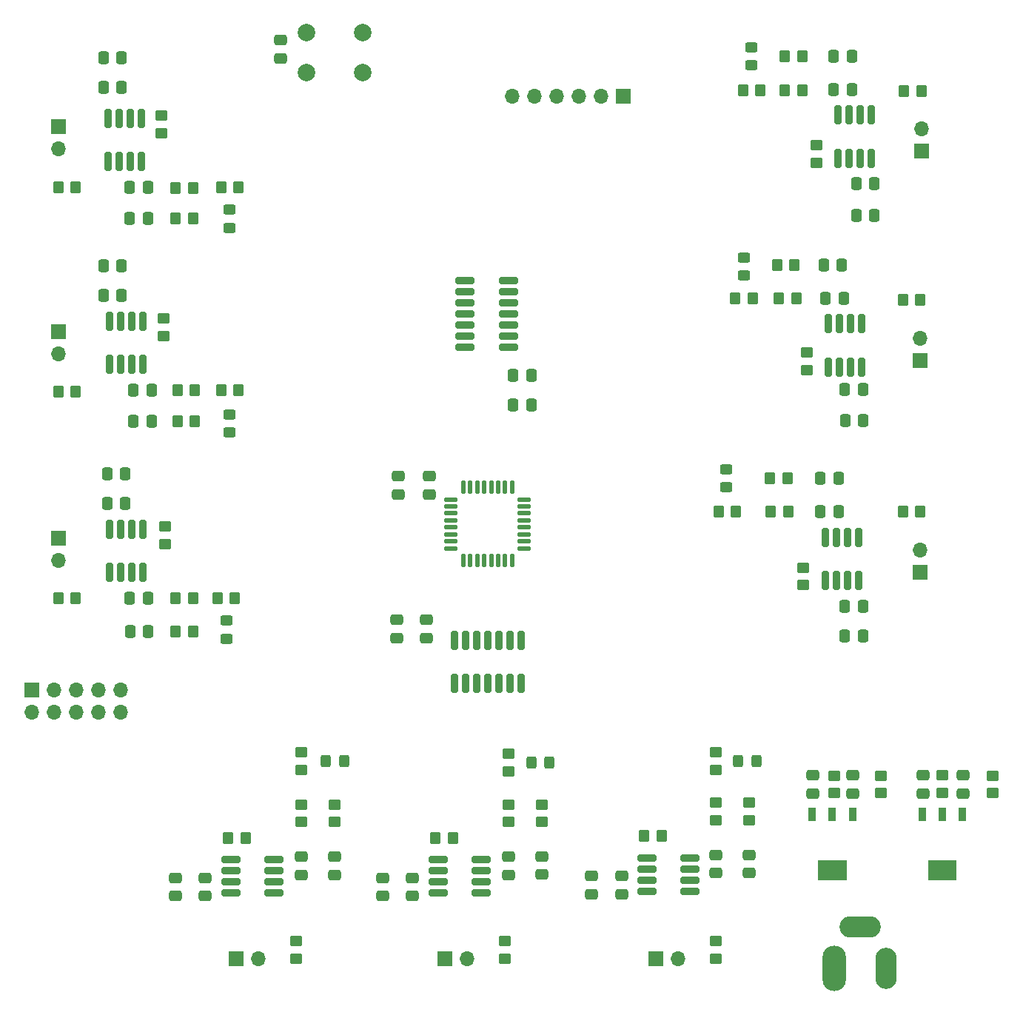
<source format=gbr>
%TF.GenerationSoftware,KiCad,Pcbnew,(6.0.5)*%
%TF.CreationDate,2023-11-04T00:18:57-05:00*%
%TF.ProjectId,ECE395_Digital_Target,45434533-3935-45f4-9469-676974616c5f,rev?*%
%TF.SameCoordinates,Original*%
%TF.FileFunction,Soldermask,Top*%
%TF.FilePolarity,Negative*%
%FSLAX46Y46*%
G04 Gerber Fmt 4.6, Leading zero omitted, Abs format (unit mm)*
G04 Created by KiCad (PCBNEW (6.0.5)) date 2023-11-04 00:18:57*
%MOMM*%
%LPD*%
G01*
G04 APERTURE LIST*
G04 Aperture macros list*
%AMRoundRect*
0 Rectangle with rounded corners*
0 $1 Rounding radius*
0 $2 $3 $4 $5 $6 $7 $8 $9 X,Y pos of 4 corners*
0 Add a 4 corners polygon primitive as box body*
4,1,4,$2,$3,$4,$5,$6,$7,$8,$9,$2,$3,0*
0 Add four circle primitives for the rounded corners*
1,1,$1+$1,$2,$3*
1,1,$1+$1,$4,$5*
1,1,$1+$1,$6,$7*
1,1,$1+$1,$8,$9*
0 Add four rect primitives between the rounded corners*
20,1,$1+$1,$2,$3,$4,$5,0*
20,1,$1+$1,$4,$5,$6,$7,0*
20,1,$1+$1,$6,$7,$8,$9,0*
20,1,$1+$1,$8,$9,$2,$3,0*%
G04 Aperture macros list end*
%ADD10O,2.704000X5.204000*%
%ADD11O,2.454000X4.704000*%
%ADD12O,4.704000X2.454000*%
%ADD13RoundRect,0.250000X0.337500X0.475000X-0.337500X0.475000X-0.337500X-0.475000X0.337500X-0.475000X0*%
%ADD14RoundRect,0.250000X0.475000X-0.337500X0.475000X0.337500X-0.475000X0.337500X-0.475000X-0.337500X0*%
%ADD15R,1.700000X1.700000*%
%ADD16O,1.700000X1.700000*%
%ADD17RoundRect,0.250000X-0.450000X0.325000X-0.450000X-0.325000X0.450000X-0.325000X0.450000X0.325000X0*%
%ADD18RoundRect,0.250000X-0.337500X-0.475000X0.337500X-0.475000X0.337500X0.475000X-0.337500X0.475000X0*%
%ADD19RoundRect,0.144000X0.943000X0.258000X-0.943000X0.258000X-0.943000X-0.258000X0.943000X-0.258000X0*%
%ADD20RoundRect,0.144000X-0.258000X0.943000X-0.258000X-0.943000X0.258000X-0.943000X0.258000X0.943000X0*%
%ADD21RoundRect,0.250000X-0.350000X-0.450000X0.350000X-0.450000X0.350000X0.450000X-0.350000X0.450000X0*%
%ADD22RoundRect,0.192000X-0.895000X-0.210000X0.895000X-0.210000X0.895000X0.210000X-0.895000X0.210000X0*%
%ADD23RoundRect,0.250000X0.450000X-0.350000X0.450000X0.350000X-0.450000X0.350000X-0.450000X-0.350000X0*%
%ADD24RoundRect,0.250000X0.350000X0.450000X-0.350000X0.450000X-0.350000X-0.450000X0.350000X-0.450000X0*%
%ADD25RoundRect,0.250000X-0.450000X0.350000X-0.450000X-0.350000X0.450000X-0.350000X0.450000X0.350000X0*%
%ADD26R,0.914400X1.600200*%
%ADD27RoundRect,0.192000X0.210000X-0.895000X0.210000X0.895000X-0.210000X0.895000X-0.210000X-0.895000X0*%
%ADD28RoundRect,0.250000X0.325000X0.450000X-0.325000X0.450000X-0.325000X-0.450000X0.325000X-0.450000X0*%
%ADD29RoundRect,0.125000X0.625000X0.125000X-0.625000X0.125000X-0.625000X-0.125000X0.625000X-0.125000X0*%
%ADD30RoundRect,0.125000X0.125000X0.625000X-0.125000X0.625000X-0.125000X-0.625000X0.125000X-0.625000X0*%
%ADD31RoundRect,0.250000X-0.475000X0.337500X-0.475000X-0.337500X0.475000X-0.337500X0.475000X0.337500X0*%
%ADD32RoundRect,0.250000X0.450000X-0.325000X0.450000X0.325000X-0.450000X0.325000X-0.450000X-0.325000X0*%
%ADD33C,2.000000*%
%ADD34RoundRect,0.144000X0.258000X-0.943000X0.258000X0.943000X-0.258000X0.943000X-0.258000X-0.943000X0*%
G04 APERTURE END LIST*
%TO.C,CR2*%
G36*
X162025600Y-131556100D02*
G01*
X158774400Y-131556100D01*
X158774400Y-129244700D01*
X162025600Y-129244700D01*
X162025600Y-131556100D01*
G37*
%TO.C,CR1*%
G36*
X149454100Y-131543400D02*
G01*
X146202900Y-131543400D01*
X146202900Y-129232000D01*
X149454100Y-129232000D01*
X149454100Y-131543400D01*
G37*
%TD*%
D10*
%TO.C,J0*%
X148000000Y-141600000D03*
D11*
X154000000Y-141600000D03*
D12*
X151000000Y-136900000D03*
%TD*%
D13*
%TO.C,C206*%
X151337500Y-103600000D03*
X149262500Y-103600000D03*
%TD*%
D14*
%TO.C,10uF4*%
X162800000Y-121637500D03*
X162800000Y-119562500D03*
%TD*%
D15*
%TO.C,S2*%
X123925000Y-41900000D03*
D16*
X121385000Y-41900000D03*
X118845000Y-41900000D03*
X116305000Y-41900000D03*
X113765000Y-41900000D03*
X111225000Y-41900000D03*
%TD*%
D17*
%TO.C,D6*%
X135700000Y-84575000D03*
X135700000Y-86625000D03*
%TD*%
D18*
%TO.C,C234*%
X150037500Y-41100000D03*
X147962500Y-41100000D03*
%TD*%
D13*
%TO.C,C232*%
X69937500Y-75500000D03*
X67862500Y-75500000D03*
%TD*%
D19*
%TO.C,OP9*%
X126630000Y-132805000D03*
X126630000Y-131535000D03*
X126630000Y-130265000D03*
X126630000Y-128995000D03*
X131570000Y-128995000D03*
X131570000Y-130265000D03*
X131570000Y-131535000D03*
X131570000Y-132805000D03*
%TD*%
D20*
%TO.C,OP4*%
X152305000Y-48970000D03*
X151035000Y-48970000D03*
X149765000Y-48970000D03*
X148495000Y-48970000D03*
X148495000Y-44030000D03*
X149765000Y-44030000D03*
X151035000Y-44030000D03*
X152305000Y-44030000D03*
%TD*%
%TO.C,OP6*%
X150805000Y-92330000D03*
X149535000Y-92330000D03*
X148265000Y-92330000D03*
X146995000Y-92330000D03*
X146995000Y-97270000D03*
X148265000Y-97270000D03*
X149535000Y-97270000D03*
X150805000Y-97270000D03*
%TD*%
D18*
%TO.C,C212*%
X64462500Y-64700000D03*
X66537500Y-64700000D03*
%TD*%
D14*
%TO.C,10uF1*%
X145600000Y-121637500D03*
X145600000Y-119562500D03*
%TD*%
D18*
%TO.C,C235*%
X147062500Y-65000000D03*
X149137500Y-65000000D03*
%TD*%
D21*
%TO.C,R4*%
X137600000Y-41200000D03*
X139600000Y-41200000D03*
%TD*%
D14*
%TO.C,C218*%
X99800000Y-133375000D03*
X99800000Y-131300000D03*
%TD*%
D22*
%TO.C,NOT1*%
X105825000Y-62990000D03*
X105825000Y-64260000D03*
X105825000Y-65530000D03*
X105825000Y-66800000D03*
X105825000Y-68070000D03*
X105825000Y-69340000D03*
X105825000Y-70610000D03*
X110775000Y-70610000D03*
X110775000Y-69340000D03*
X110775000Y-68070000D03*
X110775000Y-66800000D03*
X110775000Y-65530000D03*
X110775000Y-64260000D03*
X110775000Y-62990000D03*
%TD*%
D13*
%TO.C,C205*%
X151375000Y-79000000D03*
X149300000Y-79000000D03*
%TD*%
D23*
%TO.C,R22*%
X71300000Y-69300000D03*
X71300000Y-67300000D03*
%TD*%
D24*
%TO.C,R35*%
X157900000Y-65200000D03*
X155900000Y-65200000D03*
%TD*%
%TO.C,R29*%
X126300000Y-126500000D03*
X128300000Y-126500000D03*
%TD*%
D21*
%TO.C,R11*%
X72700000Y-52380000D03*
X74700000Y-52380000D03*
%TD*%
D13*
%TO.C,C215*%
X151337500Y-75400000D03*
X149262500Y-75400000D03*
%TD*%
%TO.C,C204*%
X150562500Y-55500000D03*
X152637500Y-55500000D03*
%TD*%
D21*
%TO.C,R33*%
X59300000Y-99300000D03*
X61300000Y-99300000D03*
%TD*%
D14*
%TO.C,C241*%
X98000000Y-103837500D03*
X98000000Y-101762500D03*
%TD*%
D23*
%TO.C,R21*%
X71100000Y-46100000D03*
X71100000Y-44100000D03*
%TD*%
D25*
%TO.C,R24*%
X146000000Y-49500000D03*
X146000000Y-47500000D03*
%TD*%
D21*
%TO.C,R5*%
X136700000Y-65000000D03*
X138700000Y-65000000D03*
%TD*%
D25*
%TO.C,R25*%
X144900000Y-71200000D03*
X144900000Y-73200000D03*
%TD*%
D18*
%TO.C,C203*%
X64862500Y-85100000D03*
X66937500Y-85100000D03*
%TD*%
D21*
%TO.C,R13*%
X72700000Y-99300000D03*
X74700000Y-99300000D03*
%TD*%
D19*
%TO.C,OP8*%
X102730000Y-133005000D03*
X102730000Y-131735000D03*
X102730000Y-130465000D03*
X102730000Y-129195000D03*
X107670000Y-129195000D03*
X107670000Y-130465000D03*
X107670000Y-131735000D03*
X107670000Y-133005000D03*
%TD*%
D26*
%TO.C,CR2*%
X162700000Y-123999600D03*
X160400000Y-123999600D03*
X158100000Y-123999600D03*
%TD*%
D18*
%TO.C,C225*%
X146825000Y-61200000D03*
X148900000Y-61200000D03*
%TD*%
D13*
%TO.C,C214*%
X150562500Y-51900000D03*
X152637500Y-51900000D03*
%TD*%
%TO.C,C233*%
X69537500Y-99300000D03*
X67462500Y-99300000D03*
%TD*%
D23*
%TO.C,R101*%
X160400000Y-121550000D03*
X160400000Y-119550000D03*
%TD*%
D14*
%TO.C,C217*%
X76100000Y-131262500D03*
X76100000Y-133337500D03*
%TD*%
%TO.C,C208*%
X96400000Y-133337500D03*
X96400000Y-131262500D03*
%TD*%
D18*
%TO.C,C211*%
X64462500Y-40900000D03*
X66537500Y-40900000D03*
%TD*%
D23*
%TO.C,R9*%
X134500000Y-116900000D03*
X134500000Y-118900000D03*
%TD*%
D18*
%TO.C,C224*%
X150037500Y-37300000D03*
X147962500Y-37300000D03*
%TD*%
D23*
%TO.C,R49*%
X138300000Y-122700000D03*
X138300000Y-124700000D03*
%TD*%
D18*
%TO.C,C202*%
X64462500Y-61300000D03*
X66537500Y-61300000D03*
%TD*%
D15*
%TO.C,J1*%
X59300000Y-45400000D03*
D16*
X59300000Y-47940000D03*
%TD*%
%TO.C,J7*%
X82140000Y-140500000D03*
D15*
X79600000Y-140500000D03*
%TD*%
D26*
%TO.C,CR1*%
X150128500Y-123986900D03*
X147828500Y-123986900D03*
X145528500Y-123986900D03*
%TD*%
D18*
%TO.C,C236*%
X146462500Y-89400000D03*
X148537500Y-89400000D03*
%TD*%
D14*
%TO.C,C207*%
X72700000Y-131262500D03*
X72700000Y-133337500D03*
%TD*%
D21*
%TO.C,R42*%
X72900000Y-79100000D03*
X74900000Y-79100000D03*
%TD*%
D23*
%TO.C,R18*%
X110800000Y-124900000D03*
X110800000Y-122900000D03*
%TD*%
D16*
%TO.C,J4*%
X158000000Y-45660000D03*
D15*
X158000000Y-48200000D03*
%TD*%
D14*
%TO.C,C300*%
X84700000Y-37537500D03*
X84700000Y-35462500D03*
%TD*%
D24*
%TO.C,R27*%
X78700000Y-126700000D03*
X80700000Y-126700000D03*
%TD*%
D17*
%TO.C,D5*%
X137700000Y-60375000D03*
X137700000Y-62425000D03*
%TD*%
D13*
%TO.C,C223*%
X69575000Y-103100000D03*
X67500000Y-103100000D03*
%TD*%
D27*
%TO.C,NOT2*%
X104590000Y-109075000D03*
X105860000Y-109075000D03*
X107130000Y-109075000D03*
X108400000Y-109075000D03*
X109670000Y-109075000D03*
X110940000Y-109075000D03*
X112210000Y-109075000D03*
X112210000Y-104125000D03*
X110940000Y-104125000D03*
X109670000Y-104125000D03*
X108400000Y-104125000D03*
X107130000Y-104125000D03*
X105860000Y-104125000D03*
X104590000Y-104125000D03*
%TD*%
D13*
%TO.C,C216*%
X151337500Y-100200000D03*
X149262500Y-100200000D03*
%TD*%
D15*
%TO.C,J5*%
X157900000Y-72100000D03*
D16*
X157900000Y-69560000D03*
%TD*%
D21*
%TO.C,R6*%
X136800000Y-89400000D03*
X134800000Y-89400000D03*
%TD*%
D18*
%TO.C,C213*%
X64862500Y-88500000D03*
X66937500Y-88500000D03*
%TD*%
%TO.C,C226*%
X146462500Y-85600000D03*
X148537500Y-85600000D03*
%TD*%
D13*
%TO.C,C221*%
X69537500Y-55900000D03*
X67462500Y-55900000D03*
%TD*%
D24*
%TO.C,R46*%
X142700000Y-85600000D03*
X140700000Y-85600000D03*
%TD*%
D16*
%TO.C,S1*%
X66420000Y-112340000D03*
X66420000Y-109800000D03*
X63880000Y-112340000D03*
X63880000Y-109800000D03*
X61340000Y-112340000D03*
X61340000Y-109800000D03*
X58800000Y-112340000D03*
X58800000Y-109800000D03*
X56260000Y-112340000D03*
D15*
X56260000Y-109800000D03*
%TD*%
D23*
%TO.C,R7*%
X87100000Y-116900000D03*
X87100000Y-118900000D03*
%TD*%
D17*
%TO.C,D4*%
X138600000Y-38325000D03*
X138600000Y-36275000D03*
%TD*%
D15*
%TO.C,J9*%
X127600000Y-140500000D03*
D16*
X130140000Y-140500000D03*
%TD*%
D19*
%TO.C,OP7*%
X79030000Y-133005000D03*
X79030000Y-131735000D03*
X79030000Y-130465000D03*
X79030000Y-129195000D03*
X83970000Y-129195000D03*
X83970000Y-130465000D03*
X83970000Y-131735000D03*
X83970000Y-133005000D03*
%TD*%
D21*
%TO.C,R43*%
X72700000Y-103100000D03*
X74700000Y-103100000D03*
%TD*%
%TO.C,R14*%
X142400000Y-41200000D03*
X144400000Y-41200000D03*
%TD*%
D28*
%TO.C,D7*%
X89900000Y-117900000D03*
X91950000Y-117900000D03*
%TD*%
D21*
%TO.C,R31*%
X59300000Y-52300000D03*
X61300000Y-52300000D03*
%TD*%
D23*
%TO.C,R48*%
X114600000Y-124900000D03*
X114600000Y-122900000D03*
%TD*%
D29*
%TO.C,U1*%
X112575000Y-93600000D03*
X112575000Y-92800000D03*
X112575000Y-92000000D03*
X112575000Y-91200000D03*
X112575000Y-90400000D03*
X112575000Y-89600000D03*
X112575000Y-88800000D03*
X112575000Y-88000000D03*
D30*
X111200000Y-86625000D03*
X110400000Y-86625000D03*
X109600000Y-86625000D03*
X108800000Y-86625000D03*
X108000000Y-86625000D03*
X107200000Y-86625000D03*
X106400000Y-86625000D03*
X105600000Y-86625000D03*
D29*
X104225000Y-88000000D03*
X104225000Y-88800000D03*
X104225000Y-89600000D03*
X104225000Y-90400000D03*
X104225000Y-91200000D03*
X104225000Y-92000000D03*
X104225000Y-92800000D03*
X104225000Y-93600000D03*
D30*
X105600000Y-94975000D03*
X106400000Y-94975000D03*
X107200000Y-94975000D03*
X108000000Y-94975000D03*
X108800000Y-94975000D03*
X109600000Y-94975000D03*
X110400000Y-94975000D03*
X111200000Y-94975000D03*
%TD*%
D31*
%TO.C,C229*%
X138300000Y-130737500D03*
X138300000Y-128662500D03*
%TD*%
D18*
%TO.C,C250*%
X111325000Y-77200000D03*
X113400000Y-77200000D03*
%TD*%
D14*
%TO.C,C219*%
X123700000Y-131062500D03*
X123700000Y-133137500D03*
%TD*%
D23*
%TO.C,R39*%
X134500000Y-138500000D03*
X134500000Y-140500000D03*
%TD*%
D21*
%TO.C,R16*%
X142800000Y-89400000D03*
X140800000Y-89400000D03*
%TD*%
D18*
%TO.C,C201*%
X64462500Y-37500000D03*
X66537500Y-37500000D03*
%TD*%
D31*
%TO.C,C242*%
X98200000Y-85362500D03*
X98200000Y-87437500D03*
%TD*%
%TO.C,C237*%
X87100000Y-130937500D03*
X87100000Y-128862500D03*
%TD*%
D28*
%TO.C,D9*%
X137075000Y-117900000D03*
X139125000Y-117900000D03*
%TD*%
D21*
%TO.C,R12*%
X72900000Y-75500000D03*
X74900000Y-75500000D03*
%TD*%
%TO.C,R2*%
X77900000Y-75500000D03*
X79900000Y-75500000D03*
%TD*%
D16*
%TO.C,J6*%
X157900000Y-93760000D03*
D15*
X157900000Y-96300000D03*
%TD*%
D14*
%TO.C,10uF2*%
X158200000Y-121637500D03*
X158200000Y-119562500D03*
%TD*%
D23*
%TO.C,R23*%
X71500000Y-93100000D03*
X71500000Y-91100000D03*
%TD*%
D21*
%TO.C,R1*%
X77900000Y-52300000D03*
X79900000Y-52300000D03*
%TD*%
D23*
%TO.C,R17*%
X87100000Y-122900000D03*
X87100000Y-124900000D03*
%TD*%
D21*
%TO.C,R41*%
X72700000Y-55900000D03*
X74700000Y-55900000D03*
%TD*%
D15*
%TO.C,J8*%
X103500000Y-140500000D03*
D16*
X106040000Y-140500000D03*
%TD*%
D32*
%TO.C,D2*%
X78900000Y-80325000D03*
X78900000Y-78275000D03*
%TD*%
D31*
%TO.C,C238*%
X110800000Y-128862500D03*
X110800000Y-130937500D03*
%TD*%
D14*
%TO.C,C251*%
X101400000Y-103837500D03*
X101400000Y-101762500D03*
%TD*%
D21*
%TO.C,R3*%
X77500000Y-99300000D03*
X79500000Y-99300000D03*
%TD*%
D33*
%TO.C,SW1*%
X87650000Y-34650000D03*
X94150000Y-34650000D03*
X94150000Y-39150000D03*
X87650000Y-39150000D03*
%TD*%
D13*
%TO.C,C222*%
X69937500Y-79100000D03*
X67862500Y-79100000D03*
%TD*%
D14*
%TO.C,10uF3*%
X150200000Y-121637500D03*
X150200000Y-119562500D03*
%TD*%
D23*
%TO.C,R47*%
X90900000Y-122900000D03*
X90900000Y-124900000D03*
%TD*%
D24*
%TO.C,R44*%
X142400000Y-37300000D03*
X144400000Y-37300000D03*
%TD*%
D34*
%TO.C,OP2*%
X65195000Y-72570000D03*
X66465000Y-72570000D03*
X67735000Y-72570000D03*
X69005000Y-72570000D03*
X69005000Y-67630000D03*
X67735000Y-67630000D03*
X66465000Y-67630000D03*
X65195000Y-67630000D03*
%TD*%
D21*
%TO.C,R32*%
X59300000Y-75700000D03*
X61300000Y-75700000D03*
%TD*%
D31*
%TO.C,C239*%
X134500000Y-130737500D03*
X134500000Y-128662500D03*
%TD*%
D23*
%TO.C,R37*%
X86500000Y-138500000D03*
X86500000Y-140500000D03*
%TD*%
D14*
%TO.C,C209*%
X120300000Y-131062500D03*
X120300000Y-133137500D03*
%TD*%
D31*
%TO.C,C228*%
X114600000Y-128825000D03*
X114600000Y-130900000D03*
%TD*%
D23*
%TO.C,R19*%
X134500000Y-122700000D03*
X134500000Y-124700000D03*
%TD*%
D31*
%TO.C,C252*%
X101725000Y-85362500D03*
X101725000Y-87437500D03*
%TD*%
%TO.C,C227*%
X90900000Y-130937500D03*
X90900000Y-128862500D03*
%TD*%
D23*
%TO.C,R8*%
X110800000Y-119100000D03*
X110800000Y-117100000D03*
%TD*%
D21*
%TO.C,R15*%
X141700000Y-65000000D03*
X143700000Y-65000000D03*
%TD*%
D28*
%TO.C,D8*%
X115425000Y-118100000D03*
X113375000Y-118100000D03*
%TD*%
D23*
%TO.C,R100*%
X148000000Y-121600000D03*
X148000000Y-119600000D03*
%TD*%
D32*
%TO.C,D3*%
X78500000Y-103925000D03*
X78500000Y-101875000D03*
%TD*%
D34*
%TO.C,OP1*%
X64995000Y-49370000D03*
X66265000Y-49370000D03*
X67535000Y-49370000D03*
X68805000Y-49370000D03*
X68805000Y-44430000D03*
X67535000Y-44430000D03*
X66265000Y-44430000D03*
X64995000Y-44430000D03*
%TD*%
D15*
%TO.C,J3*%
X59300000Y-92400000D03*
D16*
X59300000Y-94940000D03*
%TD*%
D24*
%TO.C,R36*%
X157900000Y-89400000D03*
X155900000Y-89400000D03*
%TD*%
D13*
%TO.C,C231*%
X69537500Y-52300000D03*
X67462500Y-52300000D03*
%TD*%
D24*
%TO.C,R28*%
X104400000Y-126700000D03*
X102400000Y-126700000D03*
%TD*%
D25*
%TO.C,R26*%
X144500000Y-95800000D03*
X144500000Y-97800000D03*
%TD*%
D15*
%TO.C,J2*%
X59300000Y-68800000D03*
D16*
X59300000Y-71340000D03*
%TD*%
D18*
%TO.C,C240*%
X111325000Y-73800000D03*
X113400000Y-73800000D03*
%TD*%
D20*
%TO.C,OP5*%
X151205000Y-67930000D03*
X149935000Y-67930000D03*
X148665000Y-67930000D03*
X147395000Y-67930000D03*
X147395000Y-72870000D03*
X148665000Y-72870000D03*
X149935000Y-72870000D03*
X151205000Y-72870000D03*
%TD*%
D23*
%TO.C,R38*%
X110400000Y-140500000D03*
X110400000Y-138500000D03*
%TD*%
D24*
%TO.C,R45*%
X143500000Y-61200000D03*
X141500000Y-61200000D03*
%TD*%
D32*
%TO.C,D1*%
X78900000Y-56925000D03*
X78900000Y-54875000D03*
%TD*%
D23*
%TO.C,R103*%
X166200000Y-121600000D03*
X166200000Y-119600000D03*
%TD*%
%TO.C,R102*%
X153400000Y-121600000D03*
X153400000Y-119600000D03*
%TD*%
D24*
%TO.C,R34*%
X156000000Y-41300000D03*
X158000000Y-41300000D03*
%TD*%
D34*
%TO.C,OP3*%
X65195000Y-96370000D03*
X66465000Y-96370000D03*
X67735000Y-96370000D03*
X69005000Y-96370000D03*
X69005000Y-91430000D03*
X67735000Y-91430000D03*
X66465000Y-91430000D03*
X65195000Y-91430000D03*
%TD*%
M02*

</source>
